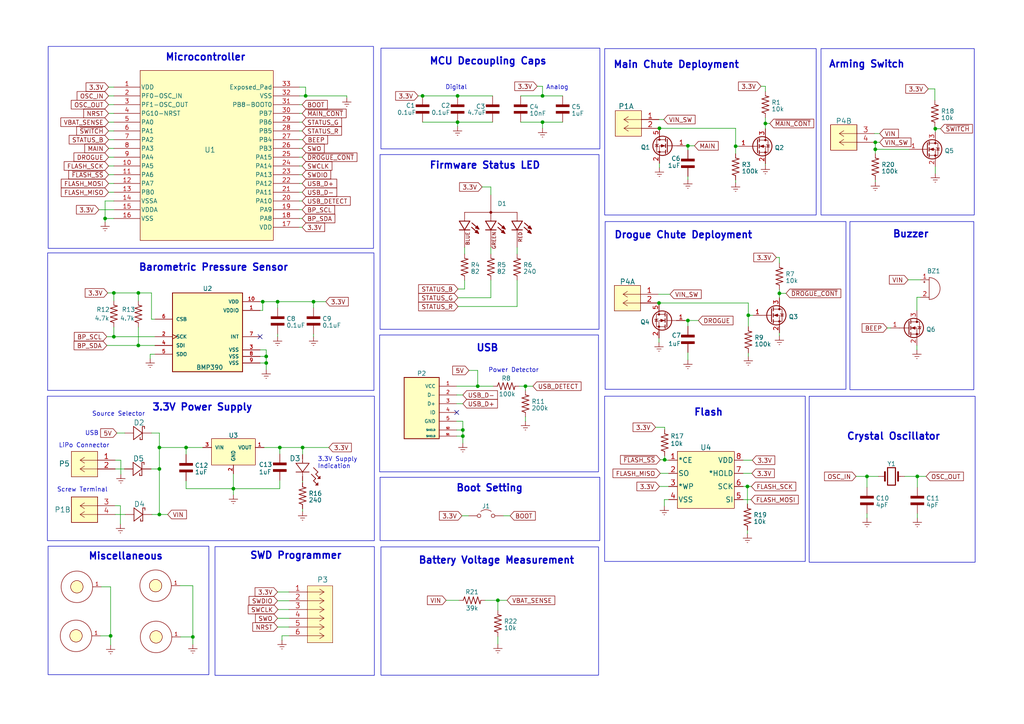
<source format=kicad_sch>
(kicad_sch (version 20230121) (generator eeschema)
  (paper "A4")
  (title_block (title "Flight Computer Lite") (date "2022-12-17") (rev "1.0") (company "Sun Devil Rocketry Avionics") (comment 1 "Author: Colton Acosta"))
  (junction (at 144.399 174.117))
  (junction (at 88.646 27.813))
  (junction (at 40.132 100.203))
  (junction (at 122.555 27.813))
  (junction (at 226.06 85.09))
  (junction (at 67.691 141.732))
  (junction (at 157.353 27.813))
  (junction (at 192.786 133.35))
  (junction (at 40.132 84.963))
  (junction (at 199.517 92.964))
  (junction (at 251.46 138.176))
  (junction (at 90.932 87.503))
  (junction (at 80.518 87.503))
  (junction (at 87.757 129.794))
  (junction (at 33.02 97.663))
  (junction (at 55.9308 184.7342))
  (junction (at 76.2 87.503))
  (junction (at 221.996 35.814))
  (junction (at 134.239 124.714))
  (junction (at 30.48 63.373))
  (junction (at 32.0802 184.4294))
  (junction (at 46.228 129.794))
  (junction (at 152.4 112.014))
  (junction (at 266.065 138.176))
  (junction (at 138.557 112.014))
  (junction (at 191.262 37.211))
  (junction (at 253.873 41.275))
  (junction (at 217.043 91.44))
  (junction (at 271.272 37.338))
  (junction (at 191.135 87.884))
  (junction (at 157.353 35.433))
  (junction (at 77.216 105.283))
  (junction (at 46.228 136.017))
  (junction (at 134.239 126.492))
  (junction (at 132.715 35.433))
  (junction (at 53.975 129.794))
  (junction (at 77.216 103.378))
  (junction (at 253.873 43.307))
  (junction (at 81.153 129.794))
  (junction (at 216.789 141.097))
  (junction (at 132.715 27.813))
  (junction (at 33.02 84.963))
  (junction (at 46.228 149.225))
  (junction (at 199.517 42.291))
  (junction (at 213.36 42.418))
  (no_connect (at 75.438 97.663))
  (no_connect (at 132.461 119.634))
  (wire (pts (xy 86.868 53.213) (xy 87.63 53.213)))
  (wire (pts (xy 53.975 141.732) (xy 67.691 141.732)))
  (wire (pts (xy 149.987 71.755) (xy 149.987 73.66)))
  (wire (pts (xy 83.82 184.404) (xy 81.788 184.404)))
  (wire (pts (xy 122.555 35.433) (xy 132.715 35.433)))
  (wire (pts (xy 87.757 147.574) (xy 87.757 148.336)))
  (wire (pts (xy 86.868 37.973) (xy 87.63 37.973)))
  (wire (pts (xy 86.868 35.433) (xy 87.63 35.433)))
  (wire (pts (xy 191.262 141.097) (xy 193.929 141.097)))
  (wire (pts (xy 40.132 84.963) (xy 43.942 84.963)))
  (wire (pts (xy 30.48 58.293) (xy 30.48 63.373)))
  (wire (pts (xy 142.367 86.36) (xy 142.367 81.28)))
  (wire (pts (xy 31.496 25.273) (xy 33.02 25.273)))
  (wire (pts (xy 44.069 149.225) (xy 46.228 149.225)))
  (wire (pts (xy 142.367 54.229) (xy 142.367 56.515)))
  (wire (pts (xy 271.272 48.387) (xy 271.272 50.292)))
  (wire (pts (xy 121.285 27.813) (xy 122.555 27.813)))
  (wire (pts (xy 225.171 74.676) (xy 226.06 74.676)))
  (wire (pts (xy 35.052 133.477) (xy 35.052 137.541)))
  (wire (pts (xy 215.519 137.287) (xy 218.059 137.287)))
  (wire (pts (xy 253.619 41.275) (xy 253.873 41.275)))
  (wire (pts (xy 134.747 81.28) (xy 134.747 83.82)))
  (wire (pts (xy 132.842 88.9) (xy 149.987 88.9)))
  (wire (pts (xy 226.06 85.09) (xy 227.965 85.09)))
  (wire (pts (xy 86.868 58.293) (xy 87.63 58.293)))
  (wire (pts (xy 29.1592 184.4294) (xy 32.0802 184.4294)))
  (wire (pts (xy 199.517 51.181) (xy 199.517 52.07)))
  (wire (pts (xy 271.145 36.703) (xy 271.145 37.338)))
  (wire (pts (xy 75.438 101.473) (xy 77.216 101.473)))
  (wire (pts (xy 221.996 34.163) (xy 221.996 35.814)))
  (wire (pts (xy 190.1444 123.9266) (xy 192.786 123.9266)))
  (wire (pts (xy 86.868 27.813) (xy 88.646 27.813)))
  (wire (pts (xy 28.702 60.833) (xy 33.02 60.833)))
  (wire (pts (xy 213.36 52.197) (xy 213.36 52.959)))
  (wire (pts (xy 100.584 28.321) (xy 100.584 27.813)))
  (wire (pts (xy 87.757 131.826) (xy 87.757 129.794)))
  (wire (pts (xy 253.873 43.307) (xy 253.873 44.577)))
  (wire (pts (xy 151.003 27.813) (xy 157.353 27.813)))
  (wire (pts (xy 86.868 63.373) (xy 87.63 63.373)))
  (wire (pts (xy 76.2 87.503) (xy 80.518 87.503)))
  (wire (pts (xy 76.2 90.043) (xy 76.2 87.503)))
  (wire (pts (xy 215.519 144.907) (xy 217.805 144.907)))
  (wire (pts (xy 134.747 71.755) (xy 134.747 73.66)))
  (wire (pts (xy 271.145 37.338) (xy 271.272 37.338)))
  (wire (pts (xy 134.239 126.492) (xy 134.239 128.524)))
  (wire (pts (xy 142.367 71.755) (xy 142.367 73.66)))
  (wire (pts (xy 199.517 92.964) (xy 202.565 92.964)))
  (wire (pts (xy 33.02 97.663) (xy 44.958 97.663)))
  (wire (pts (xy 31.496 45.593) (xy 33.02 45.593)))
  (wire (pts (xy 80.518 179.324) (xy 83.82 179.324)))
  (wire (pts (xy 191.516 133.35) (xy 192.786 133.35)))
  (wire (pts (xy 191.262 47.371) (xy 191.262 48.641)))
  (wire (pts (xy 216.789 141.097) (xy 217.932 141.097)))
  (wire (pts (xy 44.958 102.743) (xy 43.561 102.743)))
  (wire (pts (xy 32.0802 184.4294) (xy 32.0802 187.0964)))
  (wire (pts (xy 90.932 96.901) (xy 90.932 97.663)))
  (wire (pts (xy 86.868 25.273) (xy 88.646 25.273)))
  (wire (pts (xy 86.868 30.353) (xy 87.63 30.353)))
  (wire (pts (xy 34.925 146.685) (xy 34.925 152.019)))
  (wire (pts (xy 190.881 85.344) (xy 194.31 85.344)))
  (wire (pts (xy 157.353 27.813) (xy 163.195 27.813)))
  (wire (pts (xy 44.958 92.583) (xy 43.942 92.583)))
  (wire (pts (xy 33.401 146.685) (xy 34.925 146.685)))
  (wire (pts (xy 55.9308 184.7342) (xy 52.3748 184.7342)))
  (wire (pts (xy 132.461 114.554) (xy 134.239 114.554)))
  (wire (pts (xy 77.216 105.283) (xy 77.216 107.188)))
  (wire (pts (xy 199.517 43.561) (xy 199.517 42.291)))
  (wire (pts (xy 132.461 122.174) (xy 134.239 122.174)))
  (wire (pts (xy 251.46 148.971) (xy 251.46 150.241)))
  (wire (pts (xy 253.873 41.275) (xy 255.143 41.275)))
  (wire (pts (xy 191.135 37.211) (xy 191.262 37.211)))
  (wire (pts (xy 81.788 184.404) (xy 81.788 185.674)))
  (wire (pts (xy 31.496 53.213) (xy 33.02 53.213)))
  (wire (pts (xy 192.786 133.35) (xy 192.786 133.477)))
  (wire (pts (xy 46.228 136.017) (xy 46.228 149.225)))
  (wire (pts (xy 144.399 174.117) (xy 147.066 174.117)))
  (wire (pts (xy 138.557 107.442) (xy 138.557 112.014)))
  (wire (pts (xy 132.461 117.094) (xy 134.239 117.094)))
  (wire (pts (xy 155.829 25.019) (xy 157.353 25.019)))
  (wire (pts (xy 81.153 129.794) (xy 81.153 131.699)))
  (wire (pts (xy 31.496 35.433) (xy 33.02 35.433)))
  (wire (pts (xy 150.622 112.014) (xy 152.4 112.014)))
  (wire (pts (xy 33.401 136.017) (xy 36.068 136.017)))
  (wire (pts (xy 132.715 35.433) (xy 142.875 35.433)))
  (wire (pts (xy 266.065 138.176) (xy 266.065 141.351)))
  (wire (pts (xy 257.302 95.123) (xy 258.318 95.123)))
  (wire (pts (xy 198.882 42.291) (xy 199.517 42.291)))
  (wire (pts (xy 55.9308 186.8932) (xy 55.9308 184.7342)))
  (wire (pts (xy 31.242 84.963) (xy 33.02 84.963)))
  (wire (pts (xy 80.518 87.503) (xy 80.518 89.281)))
  (wire (pts (xy 192.786 133.477) (xy 193.929 133.477)))
  (wire (pts (xy 31.496 27.813) (xy 33.02 27.813)))
  (wire (pts (xy 262.382 138.176) (xy 266.065 138.176)))
  (wire (pts (xy 32.0802 170.2054) (xy 32.0802 184.4294)))
  (wire (pts (xy 199.517 42.291) (xy 201.422 42.291)))
  (wire (pts (xy 132.715 35.433) (xy 132.715 36.703)))
  (wire (pts (xy 52.2478 169.8752) (xy 55.9308 169.8752)))
  (wire (pts (xy 134.239 124.714) (xy 134.239 126.492)))
  (wire (pts (xy 30.988 97.663) (xy 33.02 97.663)))
  (wire (pts (xy 140.716 174.117) (xy 144.399 174.117)))
  (wire (pts (xy 149.987 88.9) (xy 149.987 81.28)))
  (wire (pts (xy 217.043 102.362) (xy 217.043 103.378)))
  (wire (pts (xy 40.132 100.203) (xy 44.958 100.203)))
  (wire (pts (xy 46.228 149.225) (xy 48.641 149.225)))
  (wire (pts (xy 253.873 41.275) (xy 253.873 43.307)))
  (wire (pts (xy 86.868 55.753) (xy 87.63 55.753)))
  (wire (pts (xy 265.938 86.233) (xy 266.954 86.233)))
  (wire (pts (xy 80.518 174.244) (xy 83.82 174.244)))
  (wire (pts (xy 139.827 54.229) (xy 142.367 54.229)))
  (wire (pts (xy 217.043 91.44) (xy 218.44 91.44)))
  (wire (pts (xy 216.789 141.097) (xy 216.789 146.177)))
  (wire (pts (xy 67.691 141.732) (xy 67.691 143.51)))
  (wire (pts (xy 75.438 90.043) (xy 76.2 90.043)))
  (wire (pts (xy 53.975 141.732) (xy 53.975 139.446)))
  (wire (pts (xy 86.868 45.593) (xy 87.63 45.593)))
  (wire (pts (xy 80.645 176.784) (xy 83.82 176.784)))
  (wire (pts (xy 55.9308 169.8752) (xy 55.9308 184.7342)))
  (wire (pts (xy 31.496 40.513) (xy 33.02 40.513)))
  (wire (pts (xy 40.132 94.869) (xy 40.132 100.203)))
  (wire (pts (xy 33.401 133.477) (xy 35.052 133.477)))
  (wire (pts (xy 192.786 132.207) (xy 192.786 133.35)))
  (wire (pts (xy 217.043 87.884) (xy 217.043 91.44)))
  (wire (pts (xy 43.942 92.583) (xy 43.942 84.963)))
  (wire (pts (xy 90.932 87.503) (xy 94.488 87.503)))
  (wire (pts (xy 76.581 129.794) (xy 81.153 129.794)))
  (wire (pts (xy 30.48 58.293) (xy 33.02 58.293)))
  (wire (pts (xy 157.353 35.433) (xy 163.195 35.433)))
  (wire (pts (xy 75.438 103.378) (xy 77.216 103.378)))
  (wire (pts (xy 263.398 81.153) (xy 266.954 81.153)))
  (wire (pts (xy 251.46 138.176) (xy 254.762 138.176)))
  (wire (pts (xy 81.153 139.319) (xy 81.153 141.732)))
  (wire (pts (xy 138.557 112.014) (xy 143.002 112.014)))
  (wire (pts (xy 122.555 27.813) (xy 132.715 27.813)))
  (wire (pts (xy 144.399 184.658) (xy 144.399 186.817)))
  (wire (pts (xy 266.065 138.176) (xy 268.605 138.176)))
  (wire (pts (xy 136.017 107.442) (xy 138.557 107.442)))
  (wire (pts (xy 86.868 48.133) (xy 87.63 48.133)))
  (wire (pts (xy 31.496 43.053) (xy 33.02 43.053)))
  (wire (pts (xy 215.519 141.097) (xy 216.789 141.097)))
  (wire (pts (xy 191.262 37.211) (xy 213.36 37.211)))
  (wire (pts (xy 221.996 25.019) (xy 221.996 26.543)))
  (wire (pts (xy 152.4 112.014) (xy 154.559 112.014)))
  (wire (pts (xy 132.461 124.714) (xy 134.239 124.714)))
  (wire (pts (xy 30.48 63.373) (xy 30.48 64.389)))
  (wire (pts (xy 269.24 25.781) (xy 271.145 25.781)))
  (wire (pts (xy 31.496 37.973) (xy 33.02 37.973)))
  (wire (pts (xy 31.496 50.673) (xy 33.02 50.673)))
  (wire (pts (xy 157.353 25.019) (xy 157.353 27.813)))
  (wire (pts (xy 271.272 37.338) (xy 271.272 38.227)))
  (wire (pts (xy 271.272 37.338) (xy 272.796 37.338)))
  (wire (pts (xy 226.06 83.947) (xy 226.06 85.09)))
  (wire (pts (xy 132.461 112.014) (xy 138.557 112.014)))
  (wire (pts (xy 43.815 136.017) (xy 46.228 136.017)))
  (wire (pts (xy 86.868 60.833) (xy 87.63 60.833)))
  (wire (pts (xy 146.05 149.606) (xy 147.955 149.606)))
  (wire (pts (xy 191.516 137.287) (xy 193.929 137.287)))
  (wire (pts (xy 266.065 148.971) (xy 266.065 150.241)))
  (wire (pts (xy 33.02 94.869) (xy 33.02 97.663)))
  (wire (pts (xy 213.36 42.418) (xy 214.376 42.418)))
  (wire (pts (xy 221.996 47.498) (xy 221.996 47.879)))
  (wire (pts (xy 213.36 37.211) (xy 213.36 42.418)))
  (wire (pts (xy 33.401 149.225) (xy 36.322 149.225)))
  (wire (pts (xy 144.399 174.117) (xy 144.399 177.038)))
  (wire (pts (xy 191.135 34.671) (xy 192.532 34.671)))
  (wire (pts (xy 198.755 92.964) (xy 199.517 92.964)))
  (wire (pts (xy 265.938 100.203) (xy 265.938 101.473)))
  (wire (pts (xy 46.228 125.603) (xy 43.942 125.603)))
  (wire (pts (xy 31.496 32.893) (xy 33.02 32.893)))
  (wire (pts (xy 80.518 87.503) (xy 90.932 87.503)))
  (wire (pts (xy 77.216 103.378) (xy 77.216 105.283)))
  (wire (pts (xy 221.996 35.814) (xy 221.996 37.338)))
  (wire (pts (xy 132.842 86.36) (xy 142.367 86.36)))
  (wire (pts (xy 226.06 85.09) (xy 226.06 86.36)))
  (wire (pts (xy 220.726 25.019) (xy 221.996 25.019)))
  (wire (pts (xy 86.868 32.893) (xy 87.63 32.893)))
  (wire (pts (xy 132.461 126.492) (xy 134.239 126.492)))
  (wire (pts (xy 132.715 27.813) (xy 142.875 27.813)))
  (wire (pts (xy 191.135 87.884) (xy 217.043 87.884)))
  (wire (pts (xy 33.909 125.603) (xy 36.195 125.603)))
  (wire (pts (xy 226.06 74.676) (xy 226.06 76.327)))
  (wire (pts (xy 88.646 27.813) (xy 100.584 27.813)))
  (wire (pts (xy 80.518 181.864) (xy 83.82 181.864)))
  (wire (pts (xy 67.691 137.414) (xy 67.691 141.732)))
  (wire (pts (xy 152.4 112.014) (xy 152.4 113.284)))
  (wire (pts (xy 40.132 84.963) (xy 40.132 87.249)))
  (wire (pts (xy 87.757 129.794) (xy 95.377 129.794)))
  (wire (pts (xy 215.519 133.477) (xy 218.186 133.477)))
  (wire (pts (xy 129.413 174.117) (xy 133.096 174.117)))
  (wire (pts (xy 226.06 96.52) (xy 226.06 97.409)))
  (wire (pts (xy 157.353 35.433) (xy 157.353 37.211)))
  (wire (pts (xy 81.153 141.732) (xy 67.691 141.732)))
  (wire (pts (xy 81.153 129.794) (xy 87.757 129.794)))
  (wire (pts (xy 199.517 92.964) (xy 199.517 94.615)))
  (wire (pts (xy 217.043 91.44) (xy 217.043 94.742)))
  (wire (pts (xy 216.789 153.797) (xy 216.789 154.813)))
  (wire (pts (xy 134.239 122.174) (xy 134.239 124.714)))
  (wire (pts (xy 46.228 129.794) (xy 46.228 136.017)))
  (wire (pts (xy 90.932 87.503) (xy 90.932 89.281)))
  (wire (pts (xy 31.496 30.353) (xy 33.02 30.353)))
  (wire (pts (xy 134.747 83.82) (xy 132.842 83.82)))
  (wire (pts (xy 33.02 84.963) (xy 33.02 87.249)))
  (wire (pts (xy 265.938 90.043) (xy 265.938 86.233)))
  (wire (pts (xy 86.868 65.913) (xy 87.63 65.913)))
  (wire (pts (xy 190.881 87.884) (xy 191.135 87.884)))
  (wire (pts (xy 152.4 120.904) (xy 152.4 122.174)))
  (wire (pts (xy 151.003 35.433) (xy 157.353 35.433)))
  (wire (pts (xy 88.646 25.273) (xy 88.646 27.813)))
  (wire (pts (xy 31.496 55.753) (xy 33.02 55.753)))
  (wire (pts (xy 271.145 25.781) (xy 271.145 29.083)))
  (wire (pts (xy 80.518 171.704) (xy 83.82 171.704)))
  (wire (pts (xy 191.135 98.044) (xy 191.135 99.314)))
  (wire (pts (xy 86.868 50.673) (xy 87.63 50.673)))
  (wire (pts (xy 76.2 87.503) (xy 75.438 87.503)))
  (wire (pts (xy 75.438 105.283) (xy 77.216 105.283)))
  (wire (pts (xy 43.561 102.743) (xy 43.561 104.013)))
  (wire (pts (xy 80.518 96.901) (xy 80.518 97.663)))
  (wire (pts (xy 87.757 139.954) (xy 87.757 139.446)))
  (wire (pts (xy 248.285 138.176) (xy 251.46 138.176)))
  (wire (pts (xy 29.4132 170.2054) (xy 32.0802 170.2054)))
  (wire (pts (xy 31.496 48.133) (xy 33.02 48.133)))
  (wire (pts (xy 33.02 84.963) (xy 40.132 84.963)))
  (wire (pts (xy 77.216 101.473) (xy 77.216 103.378)))
  (wire (pts (xy 193.929 144.907) (xy 192.6844 144.907)))
  (wire (pts (xy 53.975 129.794) (xy 53.975 131.826)))
  (wire (pts (xy 221.996 35.814) (xy 223.266 35.814)))
  (wire (pts (xy 133.985 149.606) (xy 135.89 149.606)))
  (wire (pts (xy 199.517 102.235) (xy 199.517 104.394)))
  (wire (pts (xy 86.868 43.053) (xy 87.63 43.053)))
  (wire (pts (xy 251.46 138.176) (xy 251.46 141.351)))
  (wire (pts (xy 53.975 129.794) (xy 58.801 129.794)))
  (wire (pts (xy 253.873 43.307) (xy 263.652 43.307)))
  (wire (pts (xy 46.228 129.794) (xy 46.228 125.603)))
  (wire (pts (xy 192.6844 144.907) (xy 192.6844 146.7866)))
  (wire (pts (xy 213.36 42.418) (xy 213.36 44.577)))
  (wire (pts (xy 253.619 38.735) (xy 255.143 38.735)))
  (wire (pts (xy 192.786 123.9266) (xy 192.786 124.587)))
  (wire (pts (xy 30.48 63.373) (xy 33.02 63.373)))
  (wire (pts (xy 46.228 129.794) (xy 53.975 129.794)))
  (wire (pts (xy 86.868 40.513) (xy 87.757 40.513)))
  (wire (pts (xy 253.873 52.705) (xy 253.873 52.197)))
  (wire (pts (xy 30.988 100.203) (xy 40.132 100.203)))
  (rectangle (start 13.97 13.462) (end 108.331 72.0344))
  (rectangle (start 62.357 158.5468) (end 108.585 195.8848))
  (rectangle (start 110.236 138.43) (end 173.9646 156.7942))
  (rectangle (start 175.387 14.097) (end 236.728 62.357))
  (rectangle (start 110.109 97.155) (end 173.5836 136.8552))
  (rectangle (start 13.8176 73.3552) (end 108.458 113.2332))
  (rectangle (start 13.7414 114.9096) (end 108.585 156.8196))
  (rectangle (start 110.236 44.831) (end 173.736 95.504))
  (rectangle (start 110.49 158.623) (end 173.609 195.834))
  (rectangle (start 13.9446 158.4198) (end 60.579 195.6816))
  (rectangle (start 246.507 64.262) (end 282.448 113.03))
  (rectangle (start 175.3616 114.9096) (end 233.553 162.8394))
  (rectangle (start 234.696 114.935) (end 282.829 163.068))
  (rectangle (start 175.514 64.262) (end 245.364 112.903))
  (rectangle (start 238.125 14.097) (end 282.575 62.357))
  (rectangle (start 110.49 13.97) (end 173.99 43.18))
  (text "MCU Decoupling Caps" (at 124.46 19.05 0) (effects (font (size 2.032 2.032) (thickness 0.4064) bold) (justify left bottom)))
  (text "Drogue Chute Deployment" (at 178.054 69.469 0) (effects (font (size 2.032 2.032) (thickness 0.4064) bold) (justify left bottom)))
  (text "Flash" (at 201.168 120.904 0) (effects (font (size 2.032 2.032) (thickness 0.4064) bold) (justify left bottom)))
  (text "Digital" (at 129.159 26.162 0) (effects (font (size 1.27 1.27)) (justify left bottom)))
  (text "USB" (at 24.638 126.492 0) (effects (font (size 1.27 1.27)) (justify left bottom)))
  (text "Source Selector" (at 26.67 120.904 0) (effects (font (size 1.27 1.27)) (justify left bottom)))
  (text "Analog" (at 158.369 26.162 0) (effects (font (size 1.27 1.27)) (justify left bottom)))
  (text "Barometric Pressure Sensor" (at 40.132 78.867 0) (effects (font (size 2.032 2.032) bold) (justify left bottom)))
  (text "LiPo Connector" (at 17.018 130.048 0) (effects (font (size 1.27 1.27)) (justify left bottom)))
  (text "3.3V Supply\nIndication" (at 92.1258 136.0932 0) (effects (font (size 1.27 1.27)) (justify left bottom)))
  (text "Miscellaneous" (at 25.5524 162.6362 0) (effects (font (size 2.032 2.032) (thickness 0.4064) bold) (justify left bottom)))
  (text "Boot Setting" (at 132.207 142.875 0) (effects (font (size 2.032 2.032) (thickness 0.4064) bold) (justify left bottom)))
  (text "3.3V Power Supply" (at 44.0436 119.4308 0) (effects (font (size 2.032 2.032) (thickness 0.4064) bold) (justify left bottom)))
  (text "Main Chute Deployment" (at 177.8 20.066 0) (effects (font (size 2.032 2.032) (thickness 0.4064) bold) (justify left bottom)))
  (text "Firmware Status LED" (at 124.46 49.276 0) (effects (font (size 2.032 2.032) (thickness 0.4064) bold) (justify left bottom)))
  (text "Battery Voltage Measurement" (at 121.285 163.83 0) (effects (font (size 2.032 2.032) (thickness 0.4064) bold) (justify left bottom)))
  (text "USB" (at 138.049 102.235 0) (effects (font (size 2.032 2.032) (thickness 0.4064) bold) (justify left bottom)))
  (text "Screw Terminal" (at 16.51 142.875 0) (effects (font (size 1.27 1.27)) (justify left bottom)))
  (text "Arming Switch" (at 240.284 19.939 0) (effects (font (size 2.032 2.032) (thickness 0.4064) bold) (justify left bottom)))
  (text "SWD Programmer" (at 72.39 162.433 0) (effects (font (size 2.032 2.032) (thickness 0.4064) bold) (justify left bottom)))
  (text "Buzzer" (at 258.826 69.215 0) (effects (font (size 2.032 2.032) (thickness 0.4064) bold) (justify left bottom)))
  (text "Microcontroller" (at 47.879 17.907 0) (effects (font (size 2.032 2.032) (thickness 0.4064) bold) (justify left bottom)))
  (text "Power Detector" (at 141.605 108.204 0) (effects (font (size 1.27 1.27)) (justify left bottom)))
  (text "Crystal Oscillator" (at 245.491 127.889 0) (effects (font (size 2.032 2.032) (thickness 0.4064) bold) (justify left bottom)))
  (global_label "SWO" (shape input) (at 80.518 179.324 180) (property "Intersheetrefs" "${INTERSHEET_REFS}" (effects hide)))
  (global_label "3.3V" (shape input) (at 31.242 84.963 180) (property "Intersheetrefs" "${INTERSHEET_REFS}" (effects hide)))
  (global_label "VIN_SW" (shape input) (at 192.532 34.671 0) (property "Intersheetrefs" "${INTERSHEET_REFS}" (effects hide)))
  (global_label "VIN" (shape input) (at 263.398 81.153 180) (property "Intersheetrefs" "${INTERSHEET_REFS}" (effects hide)))
  (global_label "3.3V" (shape input) (at 155.829 25.019 180) (property "Intersheetrefs" "${INTERSHEET_REFS}" (effects hide)))
  (global_label "3.3V" (shape input) (at 87.63 65.913 0) (property "Intersheetrefs" "${INTERSHEET_REFS}" (effects hide)))
  (global_label "SWDIO" (shape input) (at 87.63 50.673 0) (property "Intersheetrefs" "${INTERSHEET_REFS}" (effects hide)))
  (global_label "FLASH_SCK" (shape input) (at 217.932 141.097 0) (property "Intersheetrefs" "${INTERSHEET_REFS}" (effects hide)))
  (global_label "VIN_SW" (shape input) (at 255.143 41.275 0) (property "Intersheetrefs" "${INTERSHEET_REFS}" (effects hide)))
  (global_label "STATUS_G" (shape input) (at 87.63 35.433 0) (property "Intersheetrefs" "${INTERSHEET_REFS}" (effects hide)))
  (global_label "BEEP" (shape input) (at 257.302 95.123 180) (property "Intersheetrefs" "${INTERSHEET_REFS}" (effects hide)))
  (global_label "OSC_IN" (shape input) (at 31.496 27.813 180) (property "Intersheetrefs" "${INTERSHEET_REFS}" (effects hide)))
  (global_label "3.3V" (shape input) (at 31.496 25.273 180) (property "Intersheetrefs" "${INTERSHEET_REFS}" (effects hide)))
  (global_label "STATUS_B" (shape input) (at 132.842 83.82 180) (property "Intersheetrefs" "${INTERSHEET_REFS}" (effects hide)))
  (global_label "BP_SDA" (shape input) (at 87.63 63.373 0) (property "Intersheetrefs" "${INTERSHEET_REFS}" (effects hide)))
  (global_label "3.3V" (shape input) (at 220.726 25.019 180) (property "Intersheetrefs" "${INTERSHEET_REFS}" (effects hide)))
  (global_label "3.3V" (shape input) (at 95.377 129.794 0) (property "Intersheetrefs" "${INTERSHEET_REFS}" (effects hide)))
  (global_label "5V" (shape input) (at 33.909 125.603 180) (property "Intersheetrefs" "${INTERSHEET_REFS}" (effects hide)))
  (global_label "MAIN" (shape input) (at 31.496 43.053 180) (property "Intersheetrefs" "${INTERSHEET_REFS}" (effects hide)))
  (global_label "BP_SDA" (shape input) (at 30.988 100.203 180) (property "Intersheetrefs" "${INTERSHEET_REFS}" (effects hide)))
  (global_label "VIN" (shape input) (at 48.641 149.225 0) (property "Intersheetrefs" "${INTERSHEET_REFS}" (effects hide)))
  (global_label "VIN_SW" (shape input) (at 194.31 85.344 0) (property "Intersheetrefs" "${INTERSHEET_REFS}" (effects hide)))
  (global_label "3.3V" (shape input) (at 133.985 149.606 180) (property "Intersheetrefs" "${INTERSHEET_REFS}" (effects hide)))
  (global_label "3.3V" (shape input) (at 218.186 133.477 0) (property "Intersheetrefs" "${INTERSHEET_REFS}" (effects hide)))
  (global_label "3.3V" (shape input) (at 28.702 60.833 180) (property "Intersheetrefs" "${INTERSHEET_REFS}" (effects hide)))
  (global_label "3.3V" (shape input) (at 94.488 87.503 0) (property "Intersheetrefs" "${INTERSHEET_REFS}" (effects hide)))
  (global_label "~{MAIN_CONT}" (shape input) (at 223.266 35.814 0) (property "Intersheetrefs" "${INTERSHEET_REFS}" (effects hide)))
  (global_label "STATUS_R" (shape input) (at 87.63 37.973 0) (property "Intersheetrefs" "${INTERSHEET_REFS}" (effects hide)))
  (global_label "~{MAIN_CONT}" (shape input) (at 87.63 32.893 0) (property "Intersheetrefs" "${INTERSHEET_REFS}" (effects hide)))
  (global_label "3.3V" (shape input) (at 191.262 141.097 180) (property "Intersheetrefs" "${INTERSHEET_REFS}" (effects hide)))
  (global_label "FLASH_MISO" (shape input) (at 31.496 55.753 180) (property "Intersheetrefs" "${INTERSHEET_REFS}" (effects hide)))
  (global_label "BOOT" (shape input) (at 147.955 149.606 0) (property "Intersheetrefs" "${INTERSHEET_REFS}" (effects hide)))
  (global_label "SWDIO" (shape input) (at 80.518 174.244 180) (property "Intersheetrefs" "${INTERSHEET_REFS}" (effects hide)))
  (global_label "USB_D+" (shape input) (at 134.239 117.094 0) (property "Intersheetrefs" "${INTERSHEET_REFS}" (effects hide)))
  (global_label "USB_D+" (shape input) (at 87.63 53.213 0) (property "Intersheetrefs" "${INTERSHEET_REFS}" (effects hide)))
  (global_label "3.3V" (shape input) (at 225.171 74.676 180) (property "Intersheetrefs" "${INTERSHEET_REFS}" (effects hide)))
  (global_label "FLASH_MOSI" (shape input) (at 217.805 144.907 0) (property "Intersheetrefs" "${INTERSHEET_REFS}" (effects hide)))
  (global_label "MAIN" (shape input) (at 201.422 42.291 0) (property "Intersheetrefs" "${INTERSHEET_REFS}" (effects hide)))
  (global_label "~{FLASH_SS}" (shape input) (at 31.496 50.673 180) (property "Intersheetrefs" "${INTERSHEET_REFS}" (effects hide)))
  (global_label "3.3V" (shape input) (at 190.1444 123.9266 180) (property "Intersheetrefs" "${INTERSHEET_REFS}" (effects hide)))
  (global_label "~{SWITCH}" (shape input) (at 272.796 37.338 0) (property "Intersheetrefs" "${INTERSHEET_REFS}" (effects hide)))
  (global_label "FLASH_MISO" (shape input) (at 191.516 137.287 180) (property "Intersheetrefs" "${INTERSHEET_REFS}" (effects hide)))
  (global_label "USB_D-" (shape input) (at 134.239 114.554 0) (property "Intersheetrefs" "${INTERSHEET_REFS}" (effects hide)))
  (global_label "USB_DETECT" (shape input) (at 154.559 112.014 0) (property "Intersheetrefs" "${INTERSHEET_REFS}" (effects hide)))
  (global_label "BEEP" (shape input) (at 87.757 40.513 0) (property "Intersheetrefs" "${INTERSHEET_REFS}" (effects hide)))
  (global_label "OSC_OUT" (shape input) (at 31.496 30.353 180) (property "Intersheetrefs" "${INTERSHEET_REFS}" (effects hide)))
  (global_label "OSC_OUT" (shape input) (at 268.605 138.176 0) (property "Intersheetrefs" "${INTERSHEET_REFS}" (effects hide)))
  (global_label "BP_SCL" (shape input) (at 87.63 60.833 0) (property "Intersheetrefs" "${INTERSHEET_REFS}" (effects hide)))
  (global_label "USB_D-" (shape input) (at 87.63 55.753 0) (property "Intersheetrefs" "${INTERSHEET_REFS}" (effects hide)))
  (global_label "~{FLASH_SS}" (shape input) (at 191.516 133.35 180) (property "Intersheetrefs" "${INTERSHEET_REFS}" (effects hide)))
  (global_label "SWCLK" (shape input) (at 80.645 176.784 180) (property "Intersheetrefs" "${INTERSHEET_REFS}" (effects hide)))
  (global_label "~{DROGUE_CONT}" (shape input) (at 87.63 45.593 0) (property "Intersheetrefs" "${INTERSHEET_REFS}" (effects hide)))
  (global_label "FLASH_SCK" (shape input) (at 31.496 48.133 180) (property "Intersheetrefs" "${INTERSHEET_REFS}" (effects hide)))
  (global_label "BP_SCL" (shape input) (at 30.988 97.663 180) (property "Intersheetrefs" "${INTERSHEET_REFS}" (effects hide)))
  (global_label "OSC_IN" (shape input) (at 248.285 138.176 180) (property "Intersheetrefs" "${INTERSHEET_REFS}" (effects hide)))
  (global_label "VBAT_SENSE" (shape input) (at 147.066 174.117 0) (property "Intersheetrefs" "${INTERSHEET_REFS}" (effects hide)))
  (global_label "STATUS_G" (shape input) (at 132.842 86.36 180) (property "Intersheetrefs" "${INTERSHEET_REFS}" (effects hide)))
  (global_label "~{DROGUE_CONT}" (shape input) (at 227.965 85.09 0) (property "Intersheetrefs" "${INTERSHEET_REFS}" (effects hide)))
  (global_label "NRST" (shape input) (at 80.518 181.864 180) (property "Intersheetrefs" "${INTERSHEET_REFS}" (effects hide)))
  (global_label "FLASH_MOSI" (shape input) (at 31.496 53.213 180) (property "Intersheetrefs" "${INTERSHEET_REFS}" (effects hide)))
  (global_label "VBAT_SENSE" (shape input) (at 31.496 35.433 180) (property "Intersheetrefs" "${INTERSHEET_REFS}" (effects hide)))
  (global_label "3.3V" (shape input) (at 218.059 137.287 0) (property "Intersheetrefs" "${INTERSHEET_REFS}" (effects hide)))
  (global_label "STATUS_R" (shape input) (at 132.842 88.9 180) (property "Intersheetrefs" "${INTERSHEET_REFS}" (effects hide)))
  (global_label "3.3V" (shape input) (at 121.285 27.813 180) (property "Intersheetrefs" "${INTERSHEET_REFS}" (effects hide)))
  (global_label "VIN" (shape input) (at 129.413 174.117 180) (property "Intersheetrefs" "${INTERSHEET_REFS}" (effects hide)))
  (global_label "DROGUE" (shape input) (at 31.496 45.593 180) (property "Intersheetrefs" "${INTERSHEET_REFS}" (effects hide)))
  (global_label "NRST" (shape input) (at 31.496 32.893 180) (property "Intersheetrefs" "${INTERSHEET_REFS}" (effects hide)))
  (global_label "USB_DETECT" (shape input) (at 87.63 58.293 0) (property "Intersheetrefs" "${INTERSHEET_REFS}" (effects hide)))
  (global_label "SWO" (shape input) (at 87.63 43.053 0) (property "Intersheetrefs" "${INTERSHEET_REFS}" (effects hide)))
  (global_label "STATUS_B" (shape input) (at 31.496 40.513 180) (property "Intersheetrefs" "${INTERSHEET_REFS}" (effects hide)))
  (global_label "3.3V" (shape input) (at 80.518 171.704 180) (property "Intersheetrefs" "${INTERSHEET_REFS}" (effects hide)))
  (global_label "DROGUE" (shape input) (at 202.565 92.964 0) (property "Intersheetrefs" "${INTERSHEET_REFS}" (effects hide)))
  (global_label "VIN" (shape input) (at 255.143 38.735 0) (property "Intersheetrefs" "${INTERSHEET_REFS}" (effects hide)))
  (global_label "3.3V" (shape input) (at 269.24 25.781 180) (property "Intersheetrefs" "${INTERSHEET_REFS}" (effects hide)))
  (global_label "3.3V" (shape input) (at 139.827 54.229 180) (property "Intersheetrefs" "${INTERSHEET_REFS}" (effects hide)))
  (global_label "5V" (shape input) (at 136.017 107.442 180) (property "Intersheetrefs" "${INTERSHEET_REFS}" (effects hide)))
  (global_label "SWCLK" (shape input) (at 87.63 48.133 0) (property "Intersheetrefs" "${INTERSHEET_REFS}" (effects hide)))
  (global_label "BOOT" (shape input) (at 87.63 30.353 0) (property "Intersheetrefs" "${INTERSHEET_REFS}" (effects hide)))
  (global_label "~{SWITCH}" (shape input) (at 31.496 37.973 180) (property "Intersheetrefs" "${INTERSHEET_REFS}" (effects hide)))
  (symbol (lib_id "Base-Flight-Computer:RES_0402") (at 213.36 48.387 90) (unit 1)
    (property "Reference" "R3" (at 215.1126 47.7433 90) (effects (justify right)))
    (property "Value" "100k" (at 215.1126 49.6643 90) (effects (justify right)))
    (property "Footprint" "Base-Flight-Computer:RES_0402" (effects hide))
  )
  (symbol (lib_id "Flight-Computer:Earth") (at 191.135 99.314 0) (unit 1)
    (property "Reference" "#PWR011" (effects hide))
    (property "Value" "Earth" (effects hide))
  )
  (symbol (lib_id "Flight-Computer:Earth") (at 216.789 154.813 0) (unit 1)
    (property "Reference" "#PWR030" (effects hide))
    (property "Value" "Earth" (effects hide))
  )
  (symbol (lib_id "Base-Flight-Computer:Mounting-Hole-4-40") (at 45.1358 169.8752 0) (unit 1)
    (property "Reference" "H3" (effects hide))
    (property "Value" "Mounting-Hole-4-40" (effects hide))
    (property "Footprint" "Base-Flight-Computer:MountingHole_4-40" (effects hide))
  )
  (symbol (lib_id "Base-Flight-Computer:RES_0402") (at 40.132 91.059 90) (unit 1)
    (property "Reference" "R13" (at 35.306 89.789 90) (effects (justify right)))
    (property "Value" "4.7k" (at 34.798 92.329 90) (effects (justify right)))
    (property "Footprint" "Base-Flight-Computer:RES_0402" (effects hide))
  )
  (symbol (lib_id "Flight-Computer:Earth") (at 81.788 185.674 0) (unit 1)
    (property "Reference" "#PWR023" (effects hide))
    (property "Value" "Earth" (effects hide))
  )
  (symbol (lib_id "Base-Flight-Computer:CAP_0402") (at 132.715 31.623 90) (unit 1)
    (property "Reference" "C2" (at 127.889 30.607 90) (effects (justify right)))
    (property "Value" "0.1uF" (at 125.095 32.639 90) (effects (justify right)))
    (property "Footprint" "Base-Flight-Computer:CAP_0402" (effects hide))
  )
  (symbol (lib_id "Flight-Computer-Lite:2N7002W-7-F") (at 219.456 42.418 0) (unit 1)
    (property "Reference" "Q2" (at 224.663 42.8518 0) (effects (justify left)))
    (property "Value" "2N7002W-7-F" (effects hide))
    (property "Footprint" "Base-Flight-Computer:2N7002W-7-F" (effects hide))
    (property "Datasheet" "https://www.onsemi.com/pub/Collateral/NDS7002A-D.PDF" (effects hide))
  )
  (symbol (lib_id "Base-Flight-Computer:1546551-4") (at 190.881 85.344 0) (mirror y) (unit 1)
    (property "Reference" "P4" (at 181.991 81.7259 0) (effects (font (size 1.524 1.524))))
    (property "Value" "1984659" (effects hide))
    (property "Footprint" "Base-Flight-Computer:1546551-4" (effects hide))
  )
  (symbol (lib_id "Flight-Computer-Lite:2N7002W-7-F") (at 268.732 43.307 0) (unit 1)
    (property "Reference" "Q5" (at 273.939 43.7408 0) (effects (justify left)))
    (property "Value" "2N7002W-7-F" (effects hide))
    (property "Footprint" "Base-Flight-Computer:2N7002W-7-F" (effects hide))
    (property "Datasheet" "https://www.onsemi.com/pub/Collateral/NDS7002A-D.PDF" (effects hide))
  )
  (symbol (lib_id "Flight-Computer:Earth") (at 217.043 103.378 0) (unit 1)
    (property "Reference" "#PWR014" (effects hide))
    (property "Value" "Earth" (effects hide))
  )
  (symbol (lib_id "Base-Flight-Computer:CAP_0603") (at 53.975 135.636 90) (unit 1)
    (property "Reference" "C12" (at 56.515 134.9923 90) (effects (justify right)))
    (property "Value" "1uF" (at 56.515 136.9133 90) (effects (justify right)))
    (property "Footprint" "Base-Flight-Computer:CAP_0603" (effects hide))
  )
  (symbol (lib_id "Flight-Computer-Lite:Earth") (at 30.48 64.389 0) (unit 1)
    (property "Reference" "#PWR06" (effects hide))
    (property "Value" "Earth" (effects hide))
  )
  (symbol (lib_id "Base-Flight-Computer:PMEG3010AESBYL") (at 40.005 125.603 0) (unit 1)
    (property "Reference" "D2" (at 40.3225 122.5945 0) (effects (font (size 1.524 1.524))))
    (property "Value" "PMEG3010AESBYL" (effects hide))
    (property "Footprint" "Base-Flight-Computer:PMEG3010AESBYL" (effects hide))
  )
  (symbol (lib_id "Flight-Computer:Earth") (at 67.691 143.51 0) (unit 1)
    (property "Reference" "#PWR024" (effects hide))
    (property "Value" "Earth" (effects hide))
  )
  (symbol (lib_id "Flight-Computer:BMP390") (at 60.198 97.663 0) (unit 1)
    (property "Reference" "U2" (at 60.198 83.693 0))
    (property "Value" "BMP390" (at 60.833 106.553 0))
    (property "Footprint" "Base-Flight-Computer:BMP390" (effects hide))
  )
  (symbol (lib_id "Base-Flight-Computer:PMEG3010AESBYL") (at 39.878 136.017 0) (unit 1)
    (property "Reference" "D5" (at 40.1955 133.0085 0) (effects (font (size 1.524 1.524))))
    (property "Value" "PMEG3010AESBYL" (effects hide))
    (property "Footprint" "Base-Flight-Computer:PMEG3010AESBYL" (effects hide))
  )
  (symbol (lib_id "Flight-Computer:Earth") (at 253.873 52.705 0) (unit 1)
    (property "Reference" "#PWR029" (effects hide))
    (property "Value" "Earth" (effects hide))
  )
  (symbol (lib_id "Base-Flight-Computer:1546551-4") (at 253.619 38.735 0) (mirror y) (unit 2)
    (property "Reference" "P4" (at 244.729 35.1169 0) (effects (font (size 1.524 1.524))))
    (property "Value" "1984659" (effects hide))
    (property "Footprint" "Base-Flight-Computer:1546551-4" (effects hide))
  )
  (symbol (lib_id "Base-Flight-Computer:CAP_0402") (at 199.517 98.425 90) (unit 1)
    (property "Reference" "C7" (at 194.818 97.282 90) (effects (justify right)))
    (property "Value" "1uF" (at 193.802 99.695 90) (effects (justify right)))
    (property "Footprint" "Base-Flight-Computer:CAP_0402" (effects hide))
  )
  (symbol (lib_id "Flight-Computer-Lite:STM32G4A1KEU6") (at 60.198 43.053 0) (unit 1)
    (property "Reference" "U1" (at 60.9092 43.4594 0) (effects (font (size 1.524 1.524))))
    (property "Value" "STM32G4A1KEU6" (effects hide))
    (property "Footprint" "Base-Flight-Computer:STM32G4A1KEU6" (effects hide))
    (property "Datasheet" "STM32G4A1KEU6" (effects hide))
  )
  (symbol (lib_id "Base-Flight-Computer:RES_0402") (at 142.367 77.47 90) (unit 1)
    (property "Reference" "R5" (at 144.1196 76.8263 90) (effects (justify right)))
    (property "Value" "82" (at 144.1196 78.7473 90) (effects (justify right)))
    (property "Footprint" "Base-Flight-Computer:RES_0402" (effects hide))
  )
  (symbol (lib_id "Flight-Computer:Earth") (at 265.938 101.473 0) (unit 1)
    (property "Reference" "#PWR032" (effects hide))
    (property "Value" "Earth" (effects hide))
  )
  (symbol (lib_id "Base-Flight-Computer:PMEG3010AESBYL") (at 40.132 149.225 0) (unit 1)
    (property "Reference" "D4" (at 40.4495 146.2165 0) (effects (font (size 1.524 1.524))))
    (property "Value" "PMEG3010AESBYL" (effects hide))
    (property "Footprint" "Base-Flight-Computer:PMEG3010AESBYL" (effects hide))
  )
  (symbol (lib_id "Flight-Computer:Earth") (at 132.715 36.703 0) (unit 1)
    (property "Reference" "#PWR02" (effects hide))
    (property "Value" "Earth" (effects hide))
  )
  (symbol (lib_id "Base-Flight-Computer:RES_0402") (at 136.906 174.117 0) (unit 1)
    (property "Reference" "R21" (at 136.906 171.704 0))
    (property "Value" "39k" (at 136.906 176.403 0))
    (property "Footprint" "Base-Flight-Computer:RES_0402" (effects hide))
  )
  (symbol (lib_id "Base-Flight-Computer:RES_0402") (at 149.987 77.47 90) (unit 1)
    (property "Reference" "R6" (at 151.7396 76.8263 90) (effects (justify right)))
    (property "Value" "240" (at 151.7396 78.7473 90) (effects (justify right)))
    (property "Footprint" "Base-Flight-Computer:RES_0402" (effects hide))
  )
  (symbol (lib_id "Base-Flight-Computer:CAP_0402") (at 90.932 93.091 90) (unit 1)
    (property "Reference" "C9" (at 93.472 92.4473 90) (effects (justify right)))
    (property "Value" "0.1uF" (at 93.472 94.3683 90) (effects (justify right)))
    (property "Footprint" "Base-Flight-Computer:CAP_0402" (effects hide))
  )
  (symbol (lib_id "Flight-Computer-Lite:Earth") (at 100.584 28.321 0) (unit 1)
    (property "Reference" "#PWR01" (effects hide))
    (property "Value" "Earth" (effects hide))
  )
  (symbol (lib_id "Flight-Computer:Earth") (at 43.561 104.013 0) (unit 1)
    (property "Reference" "#PWR019" (effects hide))
    (property "Value" "Earth" (effects hide))
  )
  (symbol (lib_id "Base-Flight-Computer:CAP_0402") (at 142.875 31.623 90) (unit 1)
    (property "Reference" "C3" (at 138.049 30.861 90) (effects (justify right)))
    (property "Value" "4.7uF" (at 135.509 32.639 90) (effects (justify right)))
    (property "Footprint" "Base-Flight-Computer:CAP_0402" (effects hide))
  )
  (symbol (lib_id "Base-Flight-Computer:RES_0402") (at 216.789 149.987 90) (unit 1)
    (property "Reference" "R19" (at 218.5416 149.3433 90) (effects (justify right)))
    (property "Value" "10k" (at 218.5416 151.2643 90) (effects (justify right)))
    (property "Footprint" "Base-Flight-Computer:RES_0402" (effects hide))
  )
  (symbol (lib_id "Base-Flight-Computer:1546551-4") (at 33.401 146.685 0) (mirror y) (unit 2)
    (property "Reference" "P1" (at 18.161 147.828 0) (effects (font (size 1.524 1.524))))
    (property "Value" "1984659" (effects hide))
    (property "Footprint" "Base-Flight-Computer:1546551-4" (effects hide))
  )
  (symbol (lib_id "Base-Flight-Computer:RES_0402") (at 152.4 117.094 90) (unit 1)
    (property "Reference" "R11" (at 154.1526 116.4503 90) (effects (justify right)))
    (property "Value" "200k" (at 154.1526 118.3713 90) (effects (justify right)))
    (property "Footprint" "Base-Flight-Computer:RES_0402" (effects hide))
  )
  (symbol (lib_id "Flight-Computer:Earth") (at 226.06 97.409 0) (unit 1)
    (property "Reference" "#PWR010" (effects hide))
    (property "Value" "Earth" (effects hide))
  )
  (symbol (lib_id "Flight-Computer:Earth") (at 144.399 186.817 0) (unit 1)
    (property "Reference" "#PWR031" (effects hide))
    (property "Value" "Earth" (effects hide))
  )
  (symbol (lib_id "Flight-Computer:Earth") (at 192.6844 146.7866 0) (unit 1)
    (property "Reference" "#PWR027" (effects hide))
    (property "Value" "Earth" (effects hide))
  )
  (symbol (lib_id "Flight-Computer:QS5U17TR") (at 193.675 92.964 0) (mirror y) (unit 1)
    (property "Reference" "Q4" (at 188.468 93.3978 0) (effects (justify left)))
    (property "Value" "QS5U17TR" (effects hide))
    (property "Footprint" "Base-Flight-Computer:QS5U17TR" (effects hide))
    (property "Datasheet" "https://www.onsemi.com/pub/Collateral/NDS7002A-D.PDF" (effects hide))
  )
  (symbol (lib_id "Base-Flight-Computer:CAP_0402") (at 163.195 31.623 90) (unit 1)
    (property "Reference" "C5" (at 165.735 30.9793 90) (effects (justify right)))
    (property "Value" "1uF" (at 165.735 32.9003 90) (effects (justify right)))
    (property "Footprint" "Base-Flight-Computer:CAP_0402" (effects hide))
  )
  (symbol (lib_id "Base-Flight-Computer:RES_0402") (at 87.757 143.764 90) (unit 1)
    (property "Reference" "R16" (at 89.5096 143.1203 90) (effects (justify right)))
    (property "Value" "240" (at 89.5096 145.0413 90) (effects (justify right)))
    (property "Footprint" "Base-Flight-Computer:RES_0402" (effects hide))
  )
  (symbol (lib_id "Flight-Computer:Earth") (at 191.262 48.641 0) (unit 1)
    (property "Reference" "#PWR04" (effects hide))
    (property "Value" "Earth" (effects hide))
  )
  (symbol (lib_id "Flight-Computer:Earth") (at 80.518 97.663 0) (unit 1)
    (property "Reference" "#PWR016" (effects hide))
    (property "Value" "Earth" (effects hide))
  )
  (symbol (lib_id "Flight-Computer:Jumper_NO") (at 140.97 149.606 0) (unit 1)
    (property "Reference" "J1" (at 140.97 146.7922 0))
    (property "Value" "Jumper_NO" (effects hide))
    (property "Footprint" "Base-Flight-Computer:Jumper-NO" (effects hide))
  )
  (symbol (lib_id "Flight-Computer:Earth") (at 77.216 107.188 0) (unit 1)
    (property "Reference" "#PWR020" (effects hide))
    (property "Value" "Earth" (effects hide))
  )
  (symbol (lib_id "Flight-Computer:Earth") (at 35.052 137.541 0) (unit 1)
    (property "Reference" "#PWR033" (effects hide))
    (property "Value" "Earth" (effects hide))
  )
  (symbol (lib_id "Base-Flight-Computer:CAP_0402") (at 80.518 93.091 90) (unit 1)
    (property "Reference" "C8" (at 83.058 92.4473 90) (effects (justify right)))
    (property "Value" "0.1uF" (at 83.058 94.3683 90) (effects (justify right)))
    (property "Footprint" "Base-Flight-Computer:CAP_0402" (effects hide))
  )
  (symbol (lib_id "Flight-Computer:Earth") (at 251.46 150.241 0) (unit 1)
    (property "Reference" "#PWR021" (effects hide))
    (property "Value" "Earth" (effects hide))
  )
  (symbol (lib_id "Base-Flight-Computer:RES_0402") (at 226.06 80.137 90) (unit 1)
    (property "Reference" "R7" (at 227.8126 79.4933 90) (effects (justify right)))
    (property "Value" "10k" (at 227.8126 81.4143 90) (effects (justify right)))
    (property "Footprint" "Base-Flight-Computer:RES_0402" (effects hide))
  )
  (symbol (lib_id "Flight-Computer:Earth") (at 213.36 52.959 0) (unit 1)
    (property "Reference" "#PWR09" (effects hide))
    (property "Value" "Earth" (effects hide))
  )
  (symbol (lib_id "Flight-Computer:Earth") (at 152.4 122.174 0) (unit 1)
    (property "Reference" "#PWR015" (effects hide))
    (property "Value" "Earth" (effects hide))
  )
  (symbol (lib_id "Base-Flight-Computer:CAP_0402") (at 122.555 31.623 90) (unit 1)
    (property "Reference" "C1" (at 117.729 30.607 90) (effects (justify right)))
    (property "Value" "0.1uF" (at 115.189 32.639 90) (effects (justify right)))
    (property "Footprint" "Base-Flight-Computer:CAP_0402" (effects hide))
  )
  (symbol (lib_id "Base-Flight-Computer:RES_0402") (at 217.043 98.552 90) (unit 1)
    (property "Reference" "R9" (at 218.7956 97.9083 90) (effects (justify right)))
    (property "Value" "100k" (at 218.7956 99.8293 90) (effects (justify right)))
    (property "Footprint" "Base-Flight-Computer:RES_0402" (effects hide))
  )
  (symbol (lib_id "Base-Flight-Computer:1546551-4") (at 191.135 34.671 0) (mirror y) (unit 1)
    (property "Reference" "P1" (at 181.61 30.861 0) (effects (font (size 1.524 1.524))))
    (property "Value" "1984659" (effects hide))
    (property "Footprint" "Base-Flight-Computer:1546551-4" (effects hide))
  )
  (symbol (lib_id "Base-Flight-Computer:RES_0402") (at 33.02 91.059 90) (unit 1)
    (property "Reference" "R12" (at 27.94 89.789 90) (effects (justify right)))
    (property "Value" "4.7k" (at 27.432 92.329 90) (effects (justify right)))
    (property "Footprint" "Base-Flight-Computer:RES_0402" (effects hide))
  )
  (symbol (lib_id "Flight-Computer:Earth") (at 266.065 150.241 0) (unit 1)
    (property "Reference" "#PWR022" (effects hide))
    (property "Value" "Earth" (effects hide))
  )
  (symbol (lib_id "Flight-Computer:Earth") (at 134.239 128.524 0) (unit 1)
    (property "Reference" "#PWR018" (effects hide))
    (property "Value" "Earth" (effects hide))
  )
  (symbol (lib_id "Base-Flight-Computer:AP7370-33Y-13") (at 67.691 131.064 0) (unit 1)
    (property "Reference" "U3" (at 67.691 126.2921 0))
    (property "Value" "LMS8117AMP-3.3_NOPB" (effects hide))
    (property "Footprint" "Base-Flight-Computer:AP7370-33Y-13" (effects hide))
  )
  (symbol (lib_id "Flight-Computer-Lite:2N7002W-7-F") (at 223.52 91.44 0) (unit 1)
    (property "Reference" "Q3" (at 228.727 91.8738 0) (effects (justify left)))
    (property "Value" "2N7002W-7-F" (effects hide))
    (property "Footprint" "Base-Flight-Computer:2N7002W-7-F" (effects hide))
    (property "Datasheet" "https://www.onsemi.com/pub/Collateral/NDS7002A-D.PDF" (effects hide))
  )
  (symbol (lib_id "Base-Flight-Computer:RES_0402") (at 271.145 32.893 90) (unit 1)
    (property "Reference" "R18" (at 272.8976 32.2493 90) (effects (justify right)))
    (property "Value" "10k" (at 272.8976 34.1703 90) (effects (justify right)))
    (property "Footprint" "Base-Flight-Computer:RES_0402" (effects hide))
  )
  (symbol (lib_id "Flight-Computer:Earth") (at 157.353 37.211 0) (unit 1)
    (property "Reference" "#PWR03" (effects hide))
    (property "Value" "Earth" (effects hide))
  )
  (symbol (lib_id "Flight-Computer-Lite:USB") (at 122.301 119.634 0) (mirror y) (unit 1)
    (property "Reference" "P2" (at 122.301 108.3112 0))
    (property "Value" "USB" (effects hide))
    (property "Footprint" "Base-Flight-Computer:10118194-0001LF" (effects hide))
  )
  (symbol (lib_id "Flight-Computer-Lite:2N7002W-7-F") (at 263.398 95.123 0) (unit 1)
    (property "Reference" "Q6" (at 268.605 95.5568 0) (effects (justify left)))
    (property "Value" "2N7002W-7-F" (effects hide))
    (property "Footprint" "Base-Flight-Computer:2N7002W-7-F" (effects hide))
    (property "Datasheet" "https://www.onsemi.com/pub/Collateral/NDS7002A-D.PDF" (effects hide))
  )
  (symbol (lib_id "Base-Flight-Computer:RES_0402") (at 134.747 77.47 90) (unit 1)
    (property "Reference" "R4" (at 136.4996 76.8263 90) (effects (justify right)))
    (property "Value" "82" (at 136.4996 78.7473 90) (effects (justify right)))
    (property "Footprint" "Base-Flight-Computer:RES_0402" (effects hide))
  )
  (symbol (lib_id "Base-Flight-Computer:RES_0402") (at 253.873 48.387 90) (unit 1)
    (property "Reference" "R20" (at 255.6256 47.7433 90) (effects (justify right)))
    (property "Value" "100k" (at 255.6256 49.6643 90) (effects (justify right)))
    (property "Footprint" "Base-Flight-Computer:RES_0402" (effects hide))
  )
  (symbol (lib_id "Base-Flight-Computer:RES_0402") (at 144.399 180.848 90) (unit 1)
    (property "Reference" "R22" (at 146.1516 180.2043 90) (effects (justify right)))
    (property "Value" "10k" (at 146.1516 182.1253 90) (effects (justify right)))
    (property "Footprint" "Base-Flight-Computer:RES_0402" (effects hide))
  )
  (symbol (lib_id "Base-Flight-Computer:Mounting-Hole-4-40") (at 22.0472 184.4294 0) (unit 1)
    (property "Reference" "H2" (effects hide))
    (property "Value" "Mounting-Hole-4-40" (effects hide))
    (property "Footprint" "Base-Flight-Computer:MountingHole_4-40" (effects hide))
  )
  (symbol (lib_id "Base-Flight-Computer:CAP_0402") (at 251.46 145.161 90) (unit 1)
    (property "Reference" "C10" (at 254 144.5173 90) (effects (justify right)))
    (property "Value" "4pF" (at 254 146.4383 90) (effects (justify right)))
    (property "Footprint" "Base-Flight-Computer:CAP_0402" (effects hide))
  )
  (symbol (lib_id "Base-Flight-Computer:RES_0402") (at 192.786 128.397 90) (unit 1)
    (property "Reference" "R17" (at 194.437 126.492 90) (effects (justify right)))
    (property "Value" "10k" (at 194.437 128.651 90) (effects (justify right)))
    (property "Footprint" "Base-Flight-Computer:RES_0402" (effects hide))
  )
  (symbol (lib_id "Base-Flight-Computer:CAP_0603") (at 81.153 135.509 90) (unit 1)
    (property "Reference" "C13" (at 75.057 134.747 90) (effects (justify right)))
    (property "Value" "1uF" (at 75.057 136.906 90) (effects (justify right)))
    (property "Footprint" "Base-Flight-Computer:CAP_0603" (effects hide))
  )
  (symbol (lib_id "Flight-Computer:AT-1438-TWT-R") (at 269.494 83.693 0) (unit 1)
    (property "Reference" "BZ1" (at 268.859 78.613 0) (effects (justify left)))
    (property "Value" "AT-1438-TWT-R" (effects hide))
    (property "Footprint" "Base-Flight-Computer:AT-1438-TWT-R" (effects hide))
  )
  (symbol (lib_id "Base-Flight-Computer:CAP_0402") (at 151.003 31.623 90) (unit 1)
    (property "Reference" "C4" (at 153.543 30.9793 90) (effects (justify right)))
    (property "Value" "10nF" (at 153.543 32.9003 90) (effects (justify right)))
    (property "Footprint" "Base-Flight-Computer:CAP_0402" (effects hide))
  )
  (symbol (lib_id "Base-Flight-Computer:Mounting-Hole-4-40") (at 45.2628 184.7342 0) (unit 1)
    (property "Reference" "H4" (effects hide))
    (property "Value" "Mounting-Hole-4-40" (effects hide))
    (property "Footprint" "Base-Flight-Computer:MountingHole_4-40" (effects hide))
  )
  (symbol (lib_id "Flight-Computer:Earth") (at 199.517 52.07 0) (unit 1)
    (property "Reference" "#PWR07" (effects hide))
    (property "Value" "Earth" (effects hide))
  )
  (symbol (lib_id "Base-Flight-Computer:B2B-PH-K-SLFSN_JST") (at 33.401 133.477 0) (mirror y) (unit 1)
    (property "Reference" "P5" (at 18.669 134.493 0) (effects (font (size 1.524 1.524))))
    (property "Value" "B2B-PH-K-SLFSN_JST" (effects hide))
    (property "Footprint" "Base-Flight-Computer:B2B-PH-K-SLFSN_JST" (effects hide))
  )
  (symbol (lib_id "Flight-Computer-Lite:0530470610") (at 83.82 171.704 0) (unit 1)
    (property "Reference" "P3" (at 91.948 168.148 0) (effects (font (size 1.524 1.524)) (justify left)))
    (property "Value" "0530470610" (effects hide))
    (property "Footprint" "Base-Flight-Computer:53047-0610" (effects hide))
  )
  (symbol (lib_id "Base-Flight-Computer:LTST-C191KGKT") (at 87.757 136.906 0) (unit 1)
    (property "Reference" "D3" (at 83.947 132.969 0) (effects (font (size 1.524 1.524)) (justify left)))
    (property "Value" "LTST-C191KGKT" (effects hide))
    (property "Footprint" "Base-Flight-Computer:LTST-C191KGKT" (effects hide))
  )
  (symbol (lib_id "Base-Flight-Computer:RES_0402") (at 146.812 112.014 0) (unit 1)
    (property "Reference" "R8" (at 146.812 109.728 0))
    (property "Value" "100k" (at 147.066 114.3 0))
    (property "Footprint" "Base-Flight-Computer:RES_0402" (effects hide))
  )
  (symbol (lib_id "Flight-Computer:Earth") (at 271.272 50.292 0) (unit 1)
    (property "Reference" "#PWR028" (effects hide))
    (property "Value" "Earth" (effects hide))
  )
  (symbol (lib_id "Flight-Computer:Earth") (at 199.517 104.394 0) (unit 1)
    (property "Reference" "#PWR012" (effects hide))
    (property "Value" "Earth" (effects hide))
  )
  (symbol (lib_id "Flight-Computer:Earth") (at 90.932 97.663 0) (unit 1)
    (property "Reference" "#PWR017" (effects hide))
    (property "Value" "Earth" (effects hide))
  )
  (symbol (lib_id "Base-Flight-Computer:Earth") (at 32.0802 187.0964 0) (unit 1)
    (property "Reference" "#PWR034" (effects hide))
    (property "Value" "Earth" (effects hide))
  )
  (symbol (lib_id "Flight-Computer:CLMVC-FKA-CL1D1L71BB7C3C3") (at 142.367 64.135 270) (unit 1)
    (property "Reference" "D1" (at 144.272 59.055 90) (effects (justify left)))
    (property "Value" "CLMVC-FKA-CL1D1L71BB7C3C3" (effects hide))
    (property "Footprint" "Base-Flight-Computer:CLMVC-FKA-CL1D1L71BB7C3C3" (effects hide))
  )
  (symbol (lib_id "Flight-Computer:Earth") (at 221.996 47.879 0) (unit 1)
    (property "Reference" "#PWR05" (effects hide))
    (property "Value" "Earth" (effects hide))
  )
  (symbol (lib_id "Flight-Computer:Earth") (at 87.757 148.336 0) (unit 1)
    (property "Reference" "#PWR026" (effects hide))
    (property "Value" "Earth" (effects hide))
  )
  (symbol (lib_id "Base-Flight-Computer:CAP_0402") (at 266.065 145.161 90) (unit 1)
    (property "Reference" "C11" (at 268.605 144.5173 90) (effects (justify right)))
    (property "Value" "4pF" (at 268.605 146.4383 90) (effects (justify right)))
    (property "Footprint" "Base-Flight-Computer:CAP_0402" (effects hide))
  )
  (symbol (lib_id "Base-Flight-Computer:CAP_0402") (at 199.517 47.371 90) (unit 1)
    (property "Reference" "C6" (at 194.691 45.974 90) (effects (justify right)))
    (property "Value" "1uF" (at 193.675 48.006 90) (effects (justify right)))
    (property "Footprint" "Base-Flight-Computer:CAP_0402" (effects hide))
  )
  (symbol (lib_id "Base-Flight-Computer:Mounting-Hole-4-40") (at 22.3012 170.2054 0) (unit 1)
    (property "Reference" "H1" (effects hide))
    (property "Value" "Mounting-Hole-4-40" (effects hide))
    (property "Footprint" "Base-Flight-Computer:MountingHole_4-40" (effects hide))
  )
  (symbol (lib_id "Base-Flight-Computer:Earth") (at 55.9308 186.8932 0) (unit 1)
    (property "Reference" "#PWR035" (effects hide))
    (property "Value" "Earth" (effects hide))
  )
  (symbol (lib_id "Flight-Computer:Earth") (at 34.925 152.019 0) (unit 1)
    (property "Reference" "#PWR025" (effects hide))
    (property "Value" "Earth" (effects hide))
  )
  (symbol (lib_id "Flight-Computer:QS5U17TR") (at 193.802 42.291 0) (mirror y) (unit 1)
    (property "Reference" "Q1" (at 188.595 42.7248 0) (effects (justify left)))
    (property "Value" "QS5U17TR" (effects hide))
    (property "Footprint" "Base-Flight-Computer:QS5U17TR" (effects hide))
    (property "Datasheet" "https://www.onsemi.com/pub/Collateral/NDS7002A-D.PDF" (effects hide))
  )
  (symbol (lib_id "Flight-Computer:SST25VF040B-50-4I-S2AE-T") (at 205.359 136.017 0) (unit 1)
    (property "Reference" "U4" (at 204.724 129.7701 0) (effects (font (size 1.524 1.524))))
    (property "Value" "SST25VF040B-50-4I-S2AE-T" (effects hide))
    (property "Footprint" "Base-Flight-Computer:SST25VF040B-50-4I-S2AE-T" (effects hide))
  )
  (symbol (lib_id "Base-Flight-Computer:RES_0402") (at 221.996 30.353 90) (unit 1)
    (property "Reference" "R1" (at 223.7486 29.7093 90) (effects (justify right)))
    (property "Value" "10k" (at 223.7486 31.6303 90) (effects (justify right)))
    (property "Footprint" "Base-Flight-Computer:RES_0402" (effects hide))
  )
  (symbol (lib_id "Base-Flight-Computer:ECS-240-12-37B-CKY-TR") (at 258.572 138.176 0) (unit 1)
    (property "Reference" "Y1" (at 258.572 134.5217 0))
    (property "Value" "ECS-240-18-33-JGN-TR" (effects hide))
    (property "Footprint" "Base-Flight-Computer:ECS-240-12-37B-CKY-TR" (effects hide))
  )
)
</source>
